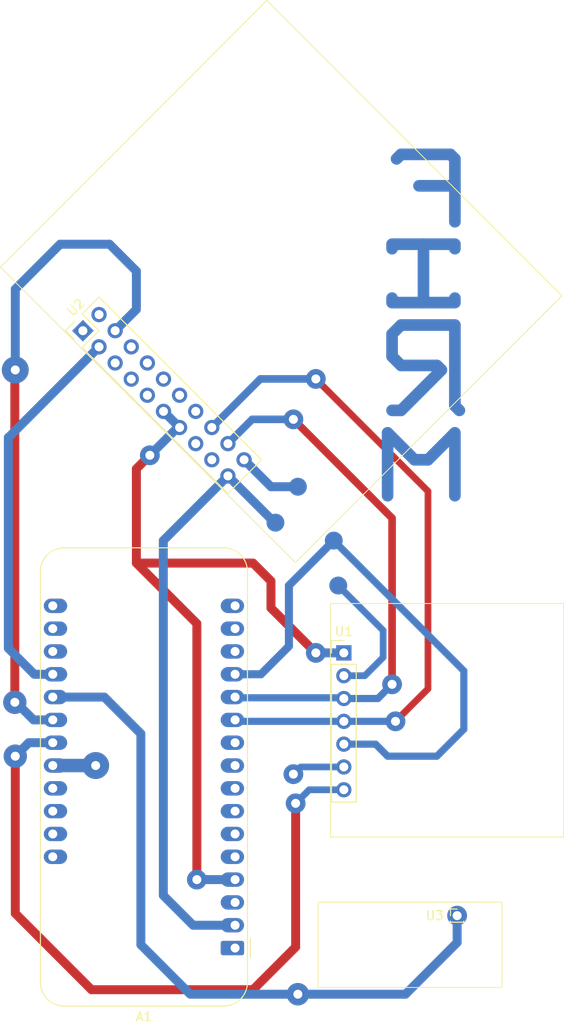
<source format=kicad_pcb>
(kicad_pcb (version 20241229) (generator "pcbnew") (generator_version "9.0")
  (layers (0 "F.Cu" signal) (2 "B.Cu" signal) (13 "F.Paste" user) (15 "B.Paste" user) (5 "F.SilkS" user "F.Silkscreen") (7 "B.SilkS" user "B.Silkscreen") (1 "F.Mask" user) (3 "B.Mask" user) (25 "Edge.Cuts" user))
  (net 0 "")
  (net 1 "Net-(A1-3V3)")
  (net 2 "BMP_CSB")
  (net 9 "GND")
  (net 13 "SCK")
  (net 14 "IMU_INT")
  (net 15 "SDO")
  (net 22 "BMP_INT")
  (net 26 "SDI")
  (net 27 "IMU_CS")
  (net 28 "MAG_INT")
  (footprint "Connector_PinHeader_1.00mm:PinHeader_1x01_P1.00mm_Vertical" (layer "F.Cu") (at 161.25 123.75)
    (property "Reference" "U3" (at -2.5 0 0) (layer "F.SilkS"))
    (property "Value" "~")
    (fp_line (start -0.745 -0.735) (end 0 -0.735) (stroke (width 0.12)) (layer "F.SilkS"))
    (fp_line (start -0.745 0) (end -0.745 -0.735) (stroke (width 0.12)) (layer "F.SilkS"))
    (fp_line (start -0.745 0.735) (end -0.745 0.61) (stroke (width 0.12)) (layer "F.SilkS"))
    (fp_line (start -0.745 0.735) (end -0.685565 0.735) (stroke (width 0.12)) (layer "F.SilkS"))
    (fp_line (start -0.745 0.735) (end 0.745 0.735) (stroke (width 0.12)) (layer "F.SilkS"))
    (fp_line (start 0.685565 0.735) (end 0.745 0.735) (stroke (width 0.12)) (layer "F.SilkS"))
    (fp_line (start 0.745 0.735) (end 0.745 0.61) (stroke (width 0.12)) (layer "F.SilkS"))
    (fp_rect (start -15.5 -1.5) (end 5 8) (stroke (width 0.1)) (fill no) (layer "F.SilkS"))
    (pad "1" thru_hole circle (at 0 0) (size 2.2 2.2) (drill 1) (layers "*.Cu" "*.Mask") (net 28 "MAG_INT"))
  )
  (footprint "Library:CirclePad2mm" (layer "F.Cu") (at 143.5 76)
    (property "Reference" "CirclePad" (hide yes))
    (property "Value" "CirclePad2mm" (hide yes))
    (pad "1" smd circle (at 0 0) (size 2 2) (layers "B.Cu" "B.Mask" "B.Paste") (clearance 1))
  )
  (footprint "Library:CirclePad2mm" (layer "F.Cu") (at 141 80)
    (property "Reference" "CirclePad" (hide yes))
    (property "Value" "CirclePad2mm" (hide yes))
    (pad "1" smd circle (at 0 0) (size 2 2) (layers "B.Cu" "B.Mask" "B.Paste") (clearance 1))
  )
  (footprint "Connector_PinHeader_2.54mm:PinHeader_1x07_P2.54mm_Vertical" (layer "F.Cu") (at 148.6225 94.5)
    (property "Reference" "U1" (at 0 -2.38 0) (layer "F.SilkS"))
    (property "Value" "~")
    (fp_line (start -1.38 -1.38) (end 0 -1.38) (stroke (width 0.12)) (layer "F.SilkS"))
    (fp_line (start -1.38 0) (end -1.38 -1.38) (stroke (width 0.12)) (layer "F.SilkS"))
    (fp_line (start -1.38 1.27) (end -1.38 16.62) (stroke (width 0.12)) (layer "F.SilkS"))
    (fp_line (start -1.38 1.27) (end 1.38 1.27) (stroke (width 0.12)) (layer "F.SilkS"))
    (fp_line (start -1.38 16.62) (end 1.38 16.62) (stroke (width 0.12)) (layer "F.SilkS"))
    (fp_line (start 1.38 1.27) (end 1.38 16.62) (stroke (width 0.12)) (layer "F.SilkS"))
    (fp_rect (start -1.5 -5.5) (end 24.5 20.5) (stroke (width 0.1)) (fill no) (layer "F.SilkS"))
    (pad "1" thru_hole rect (at 0 0) (size 1.7 1.7) (drill 1) (layers "*.Cu" "*.Mask") (net 9 "GND"))
    (pad "2" thru_hole circle (at 0 2.54) (size 1.7 1.7) (drill 1) (layers "*.Cu" "*.Mask") (net 1 "Net-(A1-3V3)"))
    (pad "3" thru_hole circle (at 0 5.08) (size 1.7 1.7) (drill 1) (layers "*.Cu" "*.Mask") (net 26 "SDI"))
    (pad "4" thru_hole circle (at 0 7.62) (size 1.7 1.7) (drill 1) (layers "*.Cu" "*.Mask") (net 13 "SCK"))
    (pad "5" thru_hole circle (at 0 10.16) (size 1.7 1.7) (drill 1) (layers "*.Cu" "*.Mask") (net 15 "SDO"))
    (pad "6" thru_hole circle (at 0 12.7) (size 1.7 1.7) (drill 1) (layers "*.Cu" "*.Mask") (net 2 "BMP_CSB"))
    (pad "7" thru_hole circle (at 0 15.24) (size 1.7 1.7) (drill 1) (layers "*.Cu" "*.Mask") (net 22 "BMP_INT"))
  )
  (footprint "Connector_PinHeader_2.54mm:PinHeader_2x10_P2.54mm_Vertical" (layer "F.Cu") (at 119.539488 58.63159 45)
    (property "Reference" "U2" (at 1.27 -2.380001 45) (layer "F.SilkS"))
    (property "Value" "~")
    (fp_line (start -1.38 -1.38) (end 0 -1.379999) (stroke (width 0.12)) (layer "F.SilkS"))
    (fp_line (start -1.379999 0) (end -1.38 -1.38) (stroke (width 0.12)) (layer "F.SilkS"))
    (fp_line (start 1.27 -1.38) (end 3.92 -1.38) (stroke (width 0.12)) (layer "F.SilkS"))
    (fp_line (start -1.38 1.27) (end 1.27 1.27) (stroke (width 0.12)) (layer "F.SilkS"))
    (fp_line (start -1.38 1.27) (end -1.38 24.24) (stroke (width 0.12)) (layer "F.SilkS"))
    (fp_line (start 3.92 -1.38) (end 3.92 24.24) (stroke (width 0.12)) (layer "F.SilkS"))
    (fp_line (start 1.27 1.27) (end 1.27 -1.38) (stroke (width 0.12)) (layer "F.SilkS"))
    (fp_line (start -1.38 24.24) (end 3.92 24.24) (stroke (width 0.12)) (layer "F.SilkS"))
    (fp_poly (pts (xy -1.5 -11.5) (xy 40.500001 -11.5) (xy 40.5 35) (xy -1.5 35)) (stroke (width 0.1)) (fill no) (layer "F.SilkS"))
    (pad "1" thru_hole rect (at 0 0 45) (size 1.7 1.7) (drill 1) (layers "*.Cu" "*.Mask"))
    (pad "2" thru_hole circle (at 2.54 0 45) (size 1.7 1.7) (drill 1) (layers "*.Cu" "*.Mask"))
    (pad "3" thru_hole circle (at 0 2.54 45) (size 1.7 1.7) (drill 1) (layers "*.Cu" "*.Mask") (net 14 "IMU_INT"))
    (pad "4" thru_hole circle (at 2.54 2.54 45) (size 1.7 1.7) (drill 1) (layers "*.Cu" "*.Mask") (net 27 "IMU_CS"))
    (pad "5" thru_hole circle (at 0 5.079999 45) (size 1.7 1.7) (drill 1) (layers "*.Cu" "*.Mask"))
    (pad "6" thru_hole circle (at 2.54 5.08 45) (size 1.7 1.7) (drill 1) (layers "*.Cu" "*.Mask"))
    (pad "7" thru_hole circle (at 0 7.62 45) (size 1.7 1.7) (drill 1) (layers "*.Cu" "*.Mask"))
    (pad "8" thru_hole circle (at 2.54 7.62 45) (size 1.7 1.7) (drill 1) (layers "*.Cu" "*.Mask"))
    (pad "9" thru_hole circle (at 0 10.16 45) (size 1.7 1.7) (drill 1) (layers "*.Cu" "*.Mask"))
    (pad "10" thru_hole circle (at 2.54 10.16 45) (size 1.7 1.7) (drill 1) (layers "*.Cu" "*.Mask"))
    (pad "11" thru_hole circle (at 0 12.7 45) (size 1.7 1.7) (drill 1) (layers "*.Cu" "*.Mask") (net 9 "GND"))
    (pad "12" thru_hole circle (at 2.54 12.7 45) (size 1.7 1.7) (drill 1) (layers "*.Cu" "*.Mask"))
    (pad "13" thru_hole circle (at 0 15.24 45) (size 1.7 1.7) (drill 1) (layers "*.Cu" "*.Mask") (net 9 "GND"))
    (pad "14" thru_hole circle (at 2.54 15.24 45) (size 1.7 1.7) (drill 1) (layers "*.Cu" "*.Mask"))
    (pad "15" thru_hole circle (at 0 17.780001 45) (size 1.7 1.7) (drill 1) (layers "*.Cu" "*.Mask"))
    (pad "16" thru_hole circle (at 2.54 17.78 45) (size 1.7 1.7) (drill 1) (layers "*.Cu" "*.Mask") (net 13 "SCK"))
    (pad "17" thru_hole circle (at 0 20.32 45) (size 1.7 1.7) (drill 1) (layers "*.Cu" "*.Mask"))
    (pad "18" thru_hole circle (at 2.54 20.32 45) (size 1.7 1.7) (drill 1) (layers "*.Cu" "*.Mask") (net 26 "SDI"))
    (pad "19" thru_hole circle (at 0 22.86 45) (size 1.7 1.7) (drill 1) (layers "*.Cu" "*.Mask") (net 1 "Net-(A1-3V3)"))
    (pad "20" thru_hole circle (at 2.54 22.86 45) (size 1.7 1.7) (drill 1) (layers "*.Cu" "*.Mask") (net 15 "SDO"))
  )
  (footprint "Module:Adafruit_Feather" (layer "F.Cu") (at 136.5 127.36 180)
    (property "Reference" "A1" (at 10.16 -7.62 0) (layer "F.SilkS"))
    (property "Value" "Adafruit_Feather_Generic")
    (fp_line (start 21.7 -3.81) (end 21.7 41.91) (stroke (width 0.12)) (layer "F.SilkS"))
    (fp_line (start 19.05 44.56) (end 1.27 44.56) (stroke (width 0.12)) (layer "F.SilkS"))
    (fp_line (start 19.05 -6.46) (end 1.27 -6.46) (stroke (width 0.12)) (layer "F.SilkS"))
    (fp_line (start -1.38 -3.81) (end -1.38 41.91) (stroke (width 0.12)) (layer "F.SilkS"))
    (fp_line (start -1.7 1) (end -1.7 -1) (stroke (width 0.12)) (layer "F.SilkS"))
    (fp_arc (start 21.7 41.91) (mid 20.923833 43.783833) (end 19.05 44.56) (stroke (width 0.12)) (layer "F.SilkS"))
    (fp_arc (start 19.05 -6.46) (mid 20.923833 -5.683833) (end 21.7 -3.81) (stroke (width 0.12)) (layer "F.SilkS"))
    (fp_arc (start 1.27 44.56) (mid -0.603833 43.783833) (end -1.38 41.91) (stroke (width 0.12)) (layer "F.SilkS"))
    (fp_arc (start -1.38 -3.81) (mid -0.603833 -5.683833) (end 1.27 -6.46) (stroke (width 0.12)) (layer "F.SilkS"))
    (pad "1" thru_hole roundrect (at 0 0 180) (size 2.6 1.6) (drill 1 (offset 0.3 0)) (layers "*.Cu" "*.Mask") (roundrect_rratio 0.15625))
    (pad "2" thru_hole oval (at 0 2.54 180) (size 2.6 1.6) (drill 1 (offset 0.3 0)) (layers "*.Cu" "*.Mask") (net 1 "Net-(A1-3V3)"))
    (pad "3" thru_hole oval (at 0 5.08 180) (size 2.6 1.6) (drill 1 (offset 0.3 0)) (layers "*.Cu" "*.Mask"))
    (pad "4" thru_hole oval (at 0 7.62 180) (size 2.6 1.6) (drill 1 (offset 0.3 0)) (layers "*.Cu" "*.Mask") (net 9 "GND"))
    (pad "5" thru_hole oval (at 0 10.16 180) (size 2.6 1.6) (drill 1 (offset 0.3 0)) (layers "*.Cu" "*.Mask"))
    (pad "6" thru_hole oval (at 0 12.7 180) (size 2.6 1.6) (drill 1 (offset 0.3 0)) (layers "*.Cu" "*.Mask"))
    (pad "7" thru_hole oval (at 0 15.24 180) (size 2.6 1.6) (drill 1 (offset 0.3 0)) (layers "*.Cu" "*.Mask"))
    (pad "8" thru_hole oval (at 0 17.78 180) (size 2.6 1.6) (drill 1 (offset 0.3 0)) (layers "*.Cu" "*.Mask"))
    (pad "9" thru_hole oval (at 0 20.32 180) (size 2.6 1.6) (drill 1 (offset 0.3 0)) (layers "*.Cu" "*.Mask"))
    (pad "10" thru_hole oval (at 0 22.86 180) (size 2.6 1.6) (drill 1 (offset 0.3 0)) (layers "*.Cu" "*.Mask"))
    (pad "11" thru_hole oval (at 0 25.4 180) (size 2.6 1.6) (drill 1 (offset 0.3 0)) (layers "*.Cu" "*.Mask") (net 13 "SCK"))
    (pad "12" thru_hole oval (at 0 27.94 180) (size 2.6 1.6) (drill 1 (offset 0.3 0)) (layers "*.Cu" "*.Mask") (net 26 "SDI"))
    (pad "13" thru_hole oval (at 0 30.48 180) (size 2.6 1.6) (drill 1 (offset 0.3 0)) (layers "*.Cu" "*.Mask") (net 15 "SDO"))
    (pad "14" thru_hole oval (at 0 33.02 180) (size 2.6 1.6) (drill 1 (offset 0.3 0)) (layers "*.Cu" "*.Mask"))
    (pad "15" thru_hole oval (at 0 35.56 180) (size 2.6 1.6) (drill 1 (offset 0.3 0)) (layers "*.Cu" "*.Mask"))
    (pad "16" thru_hole oval (at 0 38.1 180) (size 2.6 1.6) (drill 1 (offset 0.3 0)) (layers "*.Cu" "*.Mask"))
    (pad "17" thru_hole oval (at 20.32 38.1) (size 2.6 1.6) (drill 1 (offset 0.3 0)) (layers "*.Cu" "*.Mask"))
    (pad "18" thru_hole oval (at 20.32 35.56) (size 2.6 1.6) (drill 1 (offset 0.3 0)) (layers "*.Cu" "*.Mask"))
    (pad "19" thru_hole oval (at 20.32 33.02) (size 2.6 1.6) (drill 1 (offset 0.3 0)) (layers "*.Cu" "*.Mask"))
    (pad "20" thru_hole oval (at 20.32 30.48) (size 2.6 1.6) (drill 1 (offset 0.3 0)) (layers "*.Cu" "*.Mask") (net 14 "IMU_INT"))
    (pad "21" thru_hole oval (at 20.32 27.94) (size 2.6 1.6) (drill 1 (offset 0.3 0)) (layers "*.Cu" "*.Mask") (net 28 "MAG_INT"))
    (pad "22" thru_hole oval (at 20.32 25.4) (size 2.6 1.6) (drill 1 (offset 0.3 0)) (layers "*.Cu" "*.Mask") (net 27 "IMU_CS"))
    (pad "23" thru_hole oval (at 20.32 22.86) (size 2.6 1.6) (drill 1 (offset 0.3 0)) (layers "*.Cu" "*.Mask") (net 22 "BMP_INT"))
    (pad "24" thru_hole oval (at 20.32 20.32) (size 2.6 1.6) (drill 1 (offset 0.3 0)) (layers "*.Cu" "*.Mask") (net 2 "BMP_CSB"))
    (pad "25" thru_hole oval (at 20.32 17.78) (size 2.6 1.6) (drill 1 (offset 0.3 0)) (layers "*.Cu" "*.Mask"))
    (pad "26" thru_hole oval (at 20.32 15.24) (size 2.6 1.6) (drill 1 (offset 0.3 0)) (layers "*.Cu" "*.Mask"))
    (pad "27" thru_hole oval (at 20.32 12.7) (size 2.6 1.6) (drill 1 (offset 0.3 0)) (layers "*.Cu" "*.Mask"))
    (pad "28" thru_hole oval (at 20.32 10.16) (size 2.6 1.6) (drill 1 (offset 0.3 0)) (layers "*.Cu" "*.Mask"))
  )
  (footprint "Library:CirclePad2mm" (layer "F.Cu") (at 148 87)
    (property "Reference" "CirclePad" (hide yes))
    (property "Value" "CirclePad2mm" (hide yes))
    (pad "1" smd circle (at 0 0) (size 2 2) (layers "B.Cu" "B.Mask" "B.Paste") (clearance 1))
  )
  (footprint "Library:CirclePad2mm" (layer "F.Cu") (at 147.5 82)
    (property "Reference" "CirclePad" (hide yes))
    (property "Value" "CirclePad2mm" (hide yes))
    (pad "1" smd circle (at 0 0) (size 2 2) (layers "B.Cu" "B.Mask" "B.Paste") (clearance 1))
  )
  (segment (start 161 70) (end 161 77) (width 1.3) (layer "B.Cu") (net 0))
  (segment (start 154.5 55.5) (end 154 55.5) (width 1.3) (layer "B.Cu") (net 0))
  (segment (start 161 58) (end 155 58) (width 1.3) (layer "B.Cu") (net 0))
  (segment (start 161 42.5) (end 161 46.5) (width 1.3) (layer "B.Cu") (net 0))
  (segment (start 157.5 49) (end 157.5 55.5) (width 1.3) (layer "B.Cu") (net 0))
  (segment (start 160.5 39) (end 161 39.5) (width 1.3) (layer "B.Cu") (net 0))
  (segment (start 157.5 55.5) (end 154.5 55.5) (width 1.3) (layer "B.Cu") (net 0))
  (segment (start 161 55.5) (end 161 55) (width 1.3) (layer "B.Cu") (net 0))
  (segment (start 154 55.5) (end 154 55) (width 1.3) (layer "B.Cu") (net 0))
  (segment (start 154 61.5) (end 155 62.5) (width 1.3) (layer "B.Cu") (net 0))
  (segment (start 154 59) (end 154 61.5) (width 1.3) (layer "B.Cu") (net 0))
  (segment (start 159.5 55.5) (end 161 55.5) (width 1.3) (layer "B.Cu") (net 0))
  (segment (start 155 58) (end 154 59) (width 1.3) (layer "B.Cu") (net 0))
  (segment (start 156.5 73) (end 153.5 70) (width 1.3) (layer "B.Cu") (net 0))
  (segment (start 155 39) (end 154.5 39.5) (width 1.3) (layer "B.Cu") (net 0))
  (segment (start 154.5 49) (end 154 49) (width 1.3) (layer "B.Cu") (net 0))
  (segment (start 161 42.5) (end 157.5 42.5) (width 1.3) (layer "B.Cu") (net 0))
  (segment (start 159 62.5) (end 159.5 63) (width 1.3) (layer "B.Cu") (net 0))
  (segment (start 155 67.5) (end 154 67.5) (width 1.3) (layer "B.Cu") (net 0))
  (segment (start 159.5 63) (end 155 67.5) (width 1.3) (layer "B.Cu") (net 0))
  (segment (start 157.5 55.5) (end 159.5 55.5) (width 1.3) (layer "B.Cu") (net 0))
  (segment (start 153.5 70) (end 153.5 77) (width 1.3) (layer "B.Cu") (net 0))
  (segment (start 161 67) (end 161.5 67.5) (width 1.3) (layer "B.Cu") (net 0))
  (segment (start 155 62.5) (end 159 62.5) (width 1.3) (layer "B.Cu") (net 0))
  (segment (start 161 49) (end 161 49.5) (width 1.3) (layer "B.Cu") (net 0))
  (segment (start 157.5 42.5) (end 157 42.5) (width 1.3) (layer "B.Cu") (net 0))
  (segment (start 158 73) (end 156.5 73) (width 1.3) (layer "B.Cu") (net 0))
  (segment (start 161 62.5) (end 161 67) (width 1.3) (layer "B.Cu") (net 0))
  (segment (start 161 39.5) (end 161 42.5) (width 1.3) (layer "B.Cu") (net 0))
  (segment (start 161 70) (end 158 73) (width 1.3) (layer "B.Cu") (net 0))
  (segment (start 154 49) (end 154 49.5) (width 1.3) (layer "B.Cu") (net 0))
  (segment (start 157.5 49) (end 154.5 49) (width 1.3) (layer "B.Cu") (net 0))
  (segment (start 155 39) (end 160.5 39) (width 1.3) (layer "B.Cu") (net 0))
  (segment (start 161 62.5) (end 161 58) (width 1.3) (layer "B.Cu") (net 0))
  (segment (start 161 49) (end 157.5 49) (width 1.3) (layer "B.Cu") (net 0))
  (segment (start 136.5 124.82) (end 131.82 124.82) (width 1) (layer "B.Cu") (net 1))
  (segment (start 153 92) (end 148 87) (width 0.75) (layer "B.Cu") (net 1))
  (segment (start 128.5 82) (end 135.703949 74.796051) (width 1) (layer "B.Cu") (net 1))
  (segment (start 153 95) (end 153 92) (width 0.75) (layer "B.Cu") (net 1))
  (segment (start 128.5 121.5) (end 128.5 82) (width 1) (layer "B.Cu") (net 1))
  (segment (start 131.82 124.82) (end 128.5 121.5) (width 1) (layer "B.Cu") (net 1))
  (segment (start 148.6225 97.04) (end 150.96 97.04) (width 0.75) (layer "B.Cu") (net 1))
  (segment (start 150.96 97.04) (end 153 95) (width 0.75) (layer "B.Cu") (net 1))
  (segment (start 135.703949 74.796051) (end 140.907898 80) (width 1) (layer "B.Cu") (net 1))
  (via (at 120.96 107.04) (size 3) (drill 1) (layers "F.Cu" "B.Cu") (net 2))
  (via (at 143 108) (size 2.2) (drill 1) (layers "F.Cu" "B.Cu") (net 2))
  (segment (start 116.18 107.04) (end 120.96 107.04) (width 1.5) (layer "B.Cu") (net 2))
  (segment (start 148.6225 107.2) (end 143.8 107.2) (width 0.75) (layer "B.Cu") (net 2))
  (segment (start 143 108) (end 143.75 107.25) (width 0.75) (layer "B.Cu") (net 2))
  (segment (start 143.8 107.2) (end 143.75 107.25) (width 0.6) (layer "B.Cu") (net 2))
  (segment (start 145.5 94.5) (end 140.5 89.5) (width 1) (layer "F.Cu") (net 9))
  (segment (start 138.5 84.5) (end 125.5 84.5) (width 1) (layer "F.Cu") (net 9))
  (segment (start 132.24 119.74) (end 132.24 91.24) (width 1) (layer "F.Cu") (net 9))
  (segment (start 125.5 84.5) (end 125.5 74) (width 1) (layer "F.Cu") (net 9))
  (segment (start 125.5 74) (end 127 72.5) (width 1) (layer "F.Cu") (net 9))
  (segment (start 140.5 89.5) (end 140.5 86.5) (width 1) (layer "F.Cu") (net 9))
  (segment (start 132.24 91.24) (end 125.5 84.5) (width 1) (layer "F.Cu") (net 9))
  (segment (start 140.5 86.5) (end 138.5 84.5) (width 1) (layer "F.Cu") (net 9))
  (via (at 132.24 119.74) (size 2.2) (drill 1) (layers "F.Cu" "B.Cu") (net 9))
  (via (at 145.5 94.5) (size 2.2) (drill 1) (layers "F.Cu" "B.Cu") (net 9))
  (via (at 127 72.5) (size 2.2) (drill 1) (layers "F.Cu" "B.Cu") (net 9))
  (segment (start 128.519744 67.611846) (end 130.315795 69.407897) (width 1) (layer "B.Cu") (net 9))
  (segment (start 136.5 119.74) (end 132.24 119.74) (width 1) (layer "B.Cu") (net 9))
  (segment (start 130.315795 69.407897) (end 130.092103 69.407897) (width 1) (layer "B.Cu") (net 9))
  (segment (start 130.092103 69.407897) (end 127 72.5) (width 1) (layer "B.Cu") (net 9))
  (segment (start 148.6225 94.5) (end 145.5 94.5) (width 1) (layer "B.Cu") (net 9))
  (segment (start 145.5 64) (end 158 76.5) (width 0.75) (layer "F.Cu") (net 13))
  (segment (start 158 98.5) (end 154.38 102.12) (width 0.75) (layer "F.Cu") (net 13))
  (segment (start 158 76.5) (end 158 98.5) (width 0.75) (layer "F.Cu") (net 13))
  (via (at 145.5 64) (size 2.2) (drill 1) (layers "F.Cu" "B.Cu") (net 13))
  (via (at 154.38 102.12) (size 2.2) (drill 1) (layers "F.Cu" "B.Cu") (net 13))
  (segment (start 136.5 101.96) (end 136.66 102.12) (width 0.6) (layer "B.Cu") (net 13))
  (segment (start 139.315795 64) (end 133.907898 69.407897) (width 0.85) (layer "B.Cu") (net 13))
  (segment (start 145.5 64) (end 139.315795 64) (width 0.85) (layer "B.Cu") (net 13))
  (segment (start 148.6225 102.12) (end 154.38 102.12) (width 0.8) (layer "B.Cu") (net 13))
  (segment (start 136.66 102.12) (end 148.6225 102.12) (width 0.8) (layer "B.Cu") (net 13))
  (segment (start 114.12 96.88) (end 111.226 93.986) (width 1) (layer "B.Cu") (net 14))
  (segment (start 111.226 93.5) (end 111.226 70.5) (width 1) (layer "B.Cu") (net 14))
  (segment (start 111.26318 70.5) (end 121.335539 60.427641) (width 1) (layer "B.Cu") (net 14))
  (segment (start 116.18 96.88) (end 114.12 96.88) (width 1) (layer "B.Cu") (net 14))
  (segment (start 111.226 93.986) (end 111.226 93.5) (width 1) (layer "B.Cu") (net 14))
  (segment (start 111.226 70.5) (end 111.26318 70.5) (width 0.75) (layer "B.Cu") (net 14))
  (segment (start 162 103) (end 162 96.5) (width 0.8) (layer "B.Cu") (net 15))
  (segment (start 140.5 76) (end 143.5 76) (width 1) (layer "B.Cu") (net 15))
  (segment (start 137.5 73) (end 140.5 76) (width 1) (layer "B.Cu") (net 15))
  (segment (start 148.4625 104.5) (end 148.6225 104.66) (width 0.6) (layer "B.Cu") (net 15))
  (segment (start 142.5 93.76) (end 139.38 96.88) (width 0.9) (layer "B.Cu") (net 15))
  (segment (start 153.5 106) (end 159 106) (width 0.8) (layer "B.Cu") (net 15))
  (segment (start 148.6225 104.66) (end 152.16 104.66) (width 0.8) (layer "B.Cu") (net 15))
  (segment (start 152.16 104.66) (end 153.5 106) (width 0.8) (layer "B.Cu") (net 15))
  (segment (start 147.5 82) (end 142.5 87) (width 0.9) (layer "B.Cu") (net 15))
  (segment (start 142.5 87) (end 142.5 93.76) (width 0.9) (layer "B.Cu") (net 15))
  (segment (start 162 96.5) (end 147.5 82) (width 0.8) (layer "B.Cu") (net 15))
  (segment (start 159 106) (end 162 103) (width 0.8) (layer "B.Cu") (net 15))
  (segment (start 139.38 96.88) (end 136.5 96.88) (width 0.9) (layer "B.Cu") (net 15))
  (segment (start 112 123.5) (end 120.5 132) (width 1) (layer "F.Cu") (net 22))
  (segment (start 148.3625 110) (end 148.6225 109.74) (width 0.6) (layer "F.Cu") (net 22))
  (segment (start 112 106) (end 112 123.5) (width 1) (layer "F.Cu") (net 22))
  (segment (start 138.5 132) (end 143.25 127.25) (width 1) (layer "F.Cu") (net 22))
  (segment (start 143.25 127.25) (end 143.25 111.25) (width 1) (layer "F.Cu") (net 22))
  (segment (start 120.5 132) (end 138.5 132) (width 1) (layer "F.Cu") (net 22))
  (via (at 143.25 111.25) (size 2.2) (drill 1) (layers "F.Cu" "B.Cu") (net 22))
  (via (at 112 106) (size 2.6) (drill 1) (layers "F.Cu" "B.Cu") (net 22))
  (segment (start 144.76 109.74) (end 148.6225 109.74) (width 0.75) (layer "B.Cu") (net 22))
  (segment (start 113.5 104.5) (end 112 106) (width 1) (layer "B.Cu") (net 22))
  (segment (start 143.25 111.25) (end 144.76 109.74) (width 0.75) (layer "B.Cu") (net 22))
  (segment (start 116.18 104.5) (end 113.5 104.5) (width 1) (layer "B.Cu") (net 22))
  (segment (start 154 79.5) (end 143 68.5) (width 0.85) (layer "F.Cu") (net 26))
  (segment (start 154 98) (end 154 79.5) (width 0.85) (layer "F.Cu") (net 26))
  (via (at 154 98) (size 2.2) (drill 1) (layers "F.Cu" "B.Cu") (net 26))
  (via (at 143 68.5) (size 2.2) (drill 1) (layers "F.Cu" "B.Cu") (net 26))
  (segment (start 138.407898 68.5) (end 143 68.5) (width 0.85) (layer "B.Cu") (net 26))
  (segment (start 148.5425 99.5) (end 148.6225 99.58) (width 0.6) (layer "B.Cu") (net 26))
  (segment (start 136.74 99.5) (end 148.5425 99.5) (width 0.8) (layer "B.Cu") (net 26))
  (segment (start 152.42 99.58) (end 154 98) (width 0.8) (layer "B.Cu") (net 26))
  (segment (start 135.703949 71.203949) (end 138.407898 68.5) (width 0.85) (layer "B.Cu") (net 26))
  (segment (start 136.66 99.58) (end 136.74 99.5) (width 0.75) (layer "B.Cu") (net 26))
  (segment (start 148.6225 99.58) (end 152.42 99.58) (width 0.8) (layer "B.Cu") (net 26))
  (segment (start 136.5 99.42) (end 136.66 99.58) (width 0.6) (layer "B.Cu") (net 26))
  (segment (start 111.95 100) (end 111.95 63.05) (width 1) (layer "F.Cu") (net 27))
  (segment (start 111.95 63.05) (end 112 63) (width 0.75) (layer "F.Cu") (net 27))
  (via (at 111.95 100) (size 2.6) (drill 1) (layers "F.Cu" "B.Cu") (net 27))
  (via (at 112 63) (size 3) (drill 1) (layers "F.Cu" "B.Cu") (net 27))
  (segment (start 112 54) (end 112 63) (width 1) (layer "B.Cu") (net 27))
  (segment (start 123.13159 58.63159) (end 125.5 56.26318) (width 1) (layer "B.Cu") (net 27))
  (segment (start 125.5 56) (end 125.5 52) (width 1) (layer "B.Cu") (net 27))
  (segment (start 125.5 56.26318) (end 125.5 56) (width 0.75) (layer "B.Cu") (net 27))
  (segment (start 114.04 101.96) (end 112.08 100) (width 1) (layer "B.Cu") (net 27))
  (segment (start 112.08 100) (end 111.95 100) (width 0.75) (layer "B.Cu") (net 27))
  (segment (start 117 49) (end 116.5 49.5) (width 1) (layer "B.Cu") (net 27))
  (segment (start 116.18 101.96) (end 114.04 101.96) (width 1) (layer "B.Cu") (net 27))
  (segment (start 122.5 49) (end 117 49) (width 1) (layer "B.Cu") (net 27))
  (segment (start 125.5 52) (end 122.5 49) (width 1) (layer "B.Cu") (net 27))
  (segment (start 116.5 49.5) (end 112 54) (width 1) (layer "B.Cu") (net 27))
  (via (at 143.5 132.5) (size 2.5) (drill 1) (layers "F.Cu" "B.Cu") (net 28))
  (segment (start 161.25 126.75) (end 161.25 123.75) (width 1) (layer "B.Cu") (net 28))
  (segment (start 143.5 132.5) (end 131.5 132.5) (width 1) (layer "B.Cu") (net 28))
  (segment (start 155.5 132.5) (end 161.25 126.75) (width 1) (layer "B.Cu") (net 28))
  (segment (start 143.5 132.5) (end 155.5 132.5) (width 1) (layer "B.Cu") (net 28))
  (segment (start 126 127) (end 126 103.5) (width 1) (layer "B.Cu") (net 28))
  (segment (start 131.5 132.5) (end 126 127) (width 1) (layer "B.Cu") (net 28))
  (segment (start 121.92 99.42) (end 116.18 99.42) (width 1) (layer "B.Cu") (net 28))
  (segment (start 126 103.5) (end 121.92 99.42) (width 1) (layer "B.Cu") (net 28))
)
</source>
